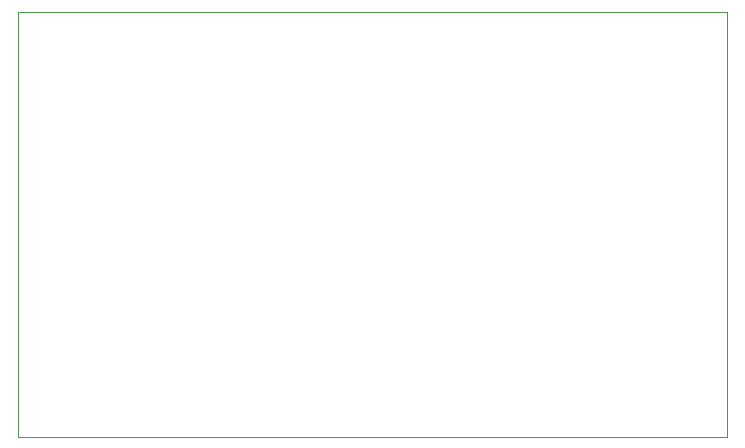
<source format=gko>
G04 Layer_Color=16711935*
%FSLAX25Y25*%
%MOIN*%
G70*
G01*
G75*
%ADD37C,0.00394*%
D37*
X0Y0D02*
Y141732D01*
X236221D01*
Y0D02*
Y141732D01*
X0Y0D02*
X236221D01*
M02*

</source>
